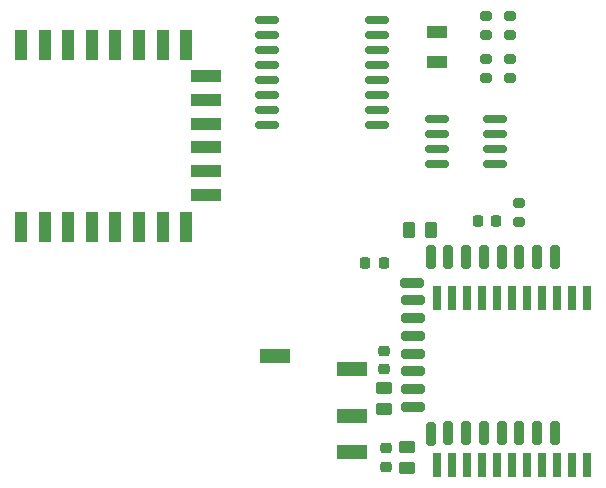
<source format=gbp>
G04 #@! TF.GenerationSoftware,KiCad,Pcbnew,7.0.7*
G04 #@! TF.CreationDate,2023-12-30T15:49:33-05:00*
G04 #@! TF.ProjectId,sensor_node,73656e73-6f72-45f6-9e6f-64652e6b6963,rev?*
G04 #@! TF.SameCoordinates,Original*
G04 #@! TF.FileFunction,Paste,Bot*
G04 #@! TF.FilePolarity,Positive*
%FSLAX46Y46*%
G04 Gerber Fmt 4.6, Leading zero omitted, Abs format (unit mm)*
G04 Created by KiCad (PCBNEW 7.0.7) date 2023-12-30 15:49:33*
%MOMM*%
%LPD*%
G01*
G04 APERTURE LIST*
G04 Aperture macros list*
%AMRoundRect*
0 Rectangle with rounded corners*
0 $1 Rounding radius*
0 $2 $3 $4 $5 $6 $7 $8 $9 X,Y pos of 4 corners*
0 Add a 4 corners polygon primitive as box body*
4,1,4,$2,$3,$4,$5,$6,$7,$8,$9,$2,$3,0*
0 Add four circle primitives for the rounded corners*
1,1,$1+$1,$2,$3*
1,1,$1+$1,$4,$5*
1,1,$1+$1,$6,$7*
1,1,$1+$1,$8,$9*
0 Add four rect primitives between the rounded corners*
20,1,$1+$1,$2,$3,$4,$5,0*
20,1,$1+$1,$4,$5,$6,$7,0*
20,1,$1+$1,$6,$7,$8,$9,0*
20,1,$1+$1,$8,$9,$2,$3,0*%
G04 Aperture macros list end*
%ADD10RoundRect,0.250000X-0.262500X-0.450000X0.262500X-0.450000X0.262500X0.450000X-0.262500X0.450000X0*%
%ADD11RoundRect,0.250000X0.450000X-0.262500X0.450000X0.262500X-0.450000X0.262500X-0.450000X-0.262500X0*%
%ADD12RoundRect,0.218750X0.256250X-0.218750X0.256250X0.218750X-0.256250X0.218750X-0.256250X-0.218750X0*%
%ADD13RoundRect,0.218750X-0.256250X0.218750X-0.256250X-0.218750X0.256250X-0.218750X0.256250X0.218750X0*%
%ADD14RoundRect,0.150000X-0.825000X-0.150000X0.825000X-0.150000X0.825000X0.150000X-0.825000X0.150000X0*%
%ADD15RoundRect,0.200000X0.275000X-0.200000X0.275000X0.200000X-0.275000X0.200000X-0.275000X-0.200000X0*%
%ADD16R,1.100000X2.500000*%
%ADD17R,2.500000X1.100000*%
%ADD18R,0.700000X2.000000*%
%ADD19R,1.800000X1.000000*%
%ADD20RoundRect,0.218750X-0.218750X-0.256250X0.218750X-0.256250X0.218750X0.256250X-0.218750X0.256250X0*%
%ADD21RoundRect,0.200000X-0.200000X0.800000X-0.200000X-0.800000X0.200000X-0.800000X0.200000X0.800000X0*%
%ADD22RoundRect,0.200000X0.800000X0.200000X-0.800000X0.200000X-0.800000X-0.200000X0.800000X-0.200000X0*%
%ADD23RoundRect,0.150000X0.875000X0.150000X-0.875000X0.150000X-0.875000X-0.150000X0.875000X-0.150000X0*%
%ADD24R,2.500000X1.200000*%
G04 APERTURE END LIST*
D10*
X134175000Y-103250000D03*
X136000000Y-103250000D03*
D11*
X134000000Y-123412500D03*
X134000000Y-121587500D03*
X132000000Y-118412500D03*
X132000000Y-116587500D03*
D12*
X132250000Y-123287500D03*
X132250000Y-121712500D03*
D13*
X132000000Y-113462500D03*
X132000000Y-115037500D03*
D14*
X136500000Y-97655000D03*
X136500000Y-96385000D03*
X136500000Y-95115000D03*
X136500000Y-93845000D03*
X141450000Y-93845000D03*
X141450000Y-95115000D03*
X141450000Y-96385000D03*
X141450000Y-97655000D03*
D15*
X142700500Y-86750000D03*
X142700500Y-85100000D03*
D16*
X101300500Y-87550000D03*
X103300500Y-87550000D03*
X105300500Y-87550000D03*
X107300500Y-87550000D03*
X109300500Y-87550000D03*
X111300500Y-87550000D03*
X113300500Y-87550000D03*
X115300500Y-87550000D03*
X115300500Y-102950000D03*
X113300500Y-102950000D03*
X111300500Y-102950000D03*
X109300500Y-102950000D03*
X107300500Y-102950000D03*
X105300500Y-102950000D03*
X103300500Y-102950000D03*
X101300500Y-102950000D03*
D17*
X117000500Y-90240000D03*
X117000500Y-92240000D03*
X117000500Y-94240000D03*
X117000500Y-96240000D03*
X117000500Y-98240000D03*
X117000500Y-100240000D03*
D15*
X140700500Y-86750000D03*
X140700500Y-85100000D03*
D18*
X149250000Y-123100000D03*
X147980000Y-123100000D03*
X146710000Y-123100000D03*
X145440000Y-123100000D03*
X144170000Y-123100000D03*
X142900000Y-123100000D03*
X141630000Y-123100000D03*
X140360000Y-123100000D03*
X139090000Y-123100000D03*
X137820000Y-123100000D03*
X136550000Y-123100000D03*
X136550000Y-109000000D03*
X137820000Y-109000000D03*
X139090000Y-109000000D03*
X140360000Y-109000000D03*
X141630000Y-109000000D03*
X142900000Y-109000000D03*
X144170000Y-109000000D03*
X145440000Y-109000000D03*
X146710000Y-109000000D03*
X147980000Y-109000000D03*
X149250000Y-109000000D03*
D19*
X136550500Y-86500000D03*
X136550500Y-89000000D03*
D20*
X130462500Y-106000000D03*
X132037500Y-106000000D03*
D21*
X146500000Y-120450000D03*
X145000000Y-120450000D03*
X143500000Y-120450000D03*
X142000000Y-120450000D03*
X140500000Y-120450000D03*
X139000000Y-120450000D03*
X137500000Y-120450000D03*
X136000000Y-120500000D03*
D22*
X134500000Y-118200000D03*
X134500000Y-116700000D03*
X134500000Y-115200000D03*
X134500000Y-113700000D03*
X134500000Y-112200000D03*
X134500000Y-110700000D03*
X134500000Y-109200000D03*
X134450000Y-107700000D03*
D21*
X136000000Y-105500000D03*
X137500000Y-105500000D03*
X139000000Y-105500000D03*
X140500000Y-105500000D03*
X142000000Y-105500000D03*
X143500000Y-105500000D03*
X145000000Y-105500000D03*
X146500000Y-105500000D03*
D15*
X143500000Y-102575000D03*
X143500000Y-100925000D03*
D23*
X131450500Y-85420000D03*
X131450500Y-86690000D03*
X131450500Y-87960000D03*
X131450500Y-89230000D03*
X131450500Y-90500000D03*
X131450500Y-91770000D03*
X131450500Y-93040000D03*
X131450500Y-94310000D03*
X122150500Y-94310000D03*
X122150500Y-93040000D03*
X122150500Y-91770000D03*
X122150500Y-90500000D03*
X122150500Y-89230000D03*
X122150500Y-87960000D03*
X122150500Y-86690000D03*
X122150500Y-85420000D03*
D15*
X142700500Y-90400000D03*
X142700500Y-88750000D03*
D20*
X139962500Y-102500000D03*
X141537500Y-102500000D03*
D15*
X140700500Y-90400000D03*
X140700500Y-88750000D03*
D24*
X122800500Y-113900000D03*
X129300500Y-115000000D03*
X129300500Y-119000000D03*
X129300500Y-122000000D03*
M02*

</source>
